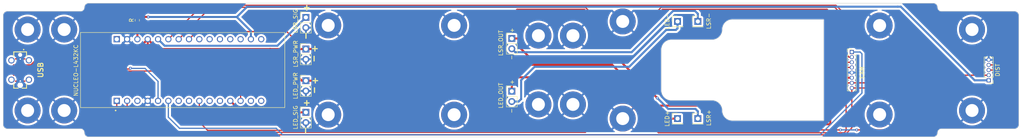
<source format=kicad_pcb>
(kicad_pcb (version 20221018) (generator pcbnew)
  (layers (0 "F.Cu" signal) (31 "B.Cu" power) (34 "B.Paste" user) (35 "F.Paste" user) (36 "B.SilkS" user "B.Silkscreen") (37 "F.SilkS" user "F.Silkscreen") (38 "B.Mask" user) (39 "F.Mask" user) (44 "Edge.Cuts" user))
  (net 0 "")
  (net 1 "Net-(U1B-NRST_CN4)")
  (net 2 "3V3")
  (net 3 "CS")
  (net 4 "MOSI")
  (net 5 "MISO")
  (net 6 "SCK")
  (net 7 "GND")
  (net 8 "+5V")
  (net 9 "SDA")
  (net 10 "SCL")
  (net 11 "DIST_INT")
  (net 12 "Net-(Laser+1-Pin_1)")
  (net 13 "Net-(Laser-1-Pin_1)")
  (net 14 "VSET_LASER")
  (net 15 "Net-(LED+1-Pin_1)")
  (net 16 "Net-(LED-1-Pin_1)")
  (net 17 "VSET_LED")
  (net 20 "D-")
  (net 25 "D+")
  (footprint "Connector_PinHeader_2.54mm:PinHeader_1x02_P2.54mm_Vertical" (layer "F.Cu") (at 96.5 89.315)
    (fp_text reference "LSR_PWR" (at -2.5 1.2 90) (layer "F.SilkS"))
    (fp_text value "Conn_01x02" hide)
    (fp_line (start -1.33 -1.33) (end 0 -1.33) (stroke (width 0.12)) (layer "F.SilkS"))
    (fp_line (start -1.33 0) (end -1.33 -1.33) (stroke (width 0.12)) (layer "F.SilkS"))
    (fp_line (start -1.33 1.27) (end -1.33 3.87) (stroke (width 0.12)) (layer "F.SilkS"))
    (fp_line (start -1.33 1.27) (end 1.33 1.27) (stroke (width 0.12)) (layer "F.SilkS"))
    (fp_line (start -1.33 3.87) (end 1.33 3.87) (stroke (width 0.12)) (layer "F.SilkS"))
    (fp_line (start 1.33 1.27) (end 1.33 3.87) (stroke (width 0.12)) (layer "F.SilkS"))
    (pad "1" thru_hole rect (at 0 0) (size 1.7 1.7) (drill 1) (layers "*.Cu" "*.Mask") (net 8 "+5V"))
    (pad "2" thru_hole oval (at 0 2.54) (size 1.7 1.7) (drill 1) (layers "*.Cu" "*.Mask") (net 7 "GND"))
  )
  (footprint "Connector_PinHeader_2.54mm:PinHeader_1x02_P2.54mm_Vertical" (layer "F.Cu") (at 96.5 97.135)
    (fp_text reference "LED_PWR" (at -2.54 1.27 90) (layer "F.SilkS"))
    (fp_text value "Conn_01x02" hide)
    (fp_line (start -1.33 -1.33) (end 0 -1.33) (stroke (width 0.12)) (layer "F.SilkS"))
    (fp_line (start -1.33 0) (end -1.33 -1.33) (stroke (width 0.12)) (layer "F.SilkS"))
    (fp_line (start -1.33 1.27) (end -1.33 3.87) (stroke (width 0.12)) (layer "F.SilkS"))
    (fp_line (start -1.33 1.27) (end 1.33 1.27) (stroke (width 0.12)) (layer "F.SilkS"))
    (fp_line (start -1.33 3.87) (end 1.33 3.87) (stroke (width 0.12)) (layer "F.SilkS"))
    (fp_line (start 1.33 1.27) (end 1.33 3.87) (stroke (width 0.12)) (layer "F.SilkS"))
    (pad "1" thru_hole rect (at 0 0) (size 1.7 1.7) (drill 1) (layers "*.Cu" "*.Mask") (net 8 "+5V"))
    (pad "2" thru_hole oval (at 0 2.54) (size 1.7 1.7) (drill 1) (layers "*.Cu" "*.Mask") (net 7 "GND"))
  )
  (footprint "MountingHole:MountingHole_3.2mm_M3_Pad" (layer "F.Cu") (at 237.75 83.5)
    (fp_text reference "H19" hide)
    (fp_text value "MountingHole_Pad" hide)
    (pad "1" thru_hole circle (at 0 0) (size 6.4 6.4) (drill 3.2) (layers "*.Cu" "*.Mask") (net 7 "GND"))
  )
  (footprint "MountingHole:MountingHole_3.2mm_M3_Pad" (layer "F.Cu") (at 37 84.5)
    (fp_text reference "H4" hide)
    (fp_text value "MountingHole_Pad" hide)
    (pad "1" thru_hole circle (at 0 0) (size 6.4 6.4) (drill 3.2) (layers "*.Cu" "*.Mask") (net 7 "GND"))
  )
  (footprint "Connector_PinHeader_2.54mm:PinHeader_1x02_P2.54mm_Vertical" (layer "F.Cu") (at 147.2 99.741666)
    (fp_text reference "LED_OUT" (at -2.7 1.075 90) (layer "F.SilkS"))
    (fp_text value "Conn_01x02" hide)
    (fp_line (start -1.33 -1.33) (end 0 -1.33) (stroke (width 0.12)) (layer "F.SilkS"))
    (fp_line (start -1.33 0) (end -1.33 -1.33) (stroke (width 0.12)) (layer "F.SilkS"))
    (fp_line (start -1.33 1.27) (end -1.33 3.87) (stroke (width 0.12)) (layer "F.SilkS"))
    (fp_line (start -1.33 1.27) (end 1.33 1.27) (stroke (width 0.12)) (layer "F.SilkS"))
    (fp_line (start -1.33 3.87) (end 1.33 3.87) (stroke (width 0.12)) (layer "F.SilkS"))
    (fp_line (start 1.33 1.27) (end 1.33 3.87) (stroke (width 0.12)) (layer "F.SilkS"))
    (pad "1" thru_hole rect (at 0 0) (size 1.7 1.7) (drill 1) (layers "*.Cu" "*.Mask") (net 15 "Net-(LED+1-Pin_1)"))
    (pad "2" thru_hole oval (at 0 2.54) (size 1.7 1.7) (drill 1) (layers "*.Cu" "*.Mask") (net 16 "Net-(LED-1-Pin_1)"))
  )
  (footprint "MountingHole:MountingHole_3.2mm_M3_Pad" (layer "F.Cu") (at 37 104.5)
    (fp_text reference "H3" hide)
    (fp_text value "MountingHole_Pad" hide)
    (pad "1" thru_hole circle (at 0 0) (size 6.4 6.4) (drill 3.2) (layers "*.Cu" "*.Mask") (net 7 "GND"))
  )
  (footprint "KiCad:2171820001" (layer "F.Cu") (at 26.165 94.5 -90)
    (fp_text reference "USB" (at 0 -5.035 90) (layer "F.SilkS") (effects (font (size 1.27 1.27) (thickness 0.254))))
    (fp_text value "USB_C_Receptacle_USB2.0" hide)
    (fp_line (start -5.1 -0.865) (end -5.1 -0.865) (stroke (width 0.2)) (layer "F.SilkS"))
    (fp_line (start -5.1 -0.865) (end -5.1 -0.865) (stroke (width 0.2)) (layer "F.SilkS"))
    (fp_line (start -5 -0.865) (end -5 -0.865) (stroke (width 0.2)) (layer "F.SilkS"))
    (fp_line (start -4.47 -1.58) (end -4.47 -1.58) (stroke (width 0.2)) (layer "F.SilkS"))
    (fp_line (start -4.47 -1.58) (end -4.47 -1.58) (stroke (width 0.2)) (layer "F.SilkS"))
    (fp_line (start -4.47 -1.58) (end -4.47 1.58) (stroke (width 0.2)) (layer "F.SilkS"))
    (fp_line (start -4.47 -1.58) (end -3.5 -1.58) (stroke (width 0.2)) (layer "F.SilkS"))
    (fp_line (start -4.47 1.58) (end -4.47 -1.58) (stroke (width 0.2)) (layer "F.SilkS"))
    (fp_line (start -4.47 1.58) (end -4.47 1.58) (stroke (width 0.2)) (layer "F.SilkS"))
    (fp_line (start -4.47 1.58) (end -4.47 1.58) (stroke (width 0.2)) (layer "F.SilkS"))
    (fp_line (start -4.47 1.58) (end -3.5 1.58) (stroke (width 0.2)) (layer "F.SilkS"))
    (fp_line (start -3.5 -1.58) (end -4.47 -1.58) (stroke (width 0.2)) (layer "F.SilkS"))
    (fp_line (start -3.5 -1.58) (end -3.5 -1.58) (stroke (width 0.2)) (layer "F.SilkS"))
    (fp_line (start -3.5 1.58) (end -4.47 1.58) (stroke (width 0.2)) (layer "F.SilkS"))
    (fp_line (start -3.5 1.58) (end -3.5 1.58) (stroke (width 0.2)) (layer "F.SilkS"))
    (fp_line (start 3.5 -1.58) (end 3.5 -1.58) (stroke (width 0.2)) (layer "F.SilkS"))
    (fp_line (start 3.5 -1.58) (end 4.47 -1.58) (stroke (width 0.2)) (layer "F.SilkS"))
    (fp_line (start 3.5 1.58) (end 3.5 1.58) (stroke (width 0.2)) (layer "F.SilkS"))
    (fp_line (start 3.5 1.58) (end 4.47 1.58) (stroke (width 0.2)) (layer "F.SilkS"))
    (fp_line (start 4.47 -1.58) (end 3.5 -1.58) (stroke (width 0.2)) (layer "F.SilkS"))
    (fp_line (start 4.47 -1.58) (end 4.47 -1.58) (stroke (width 0.2)) (layer "F.SilkS"))
    (fp_line (start 4.47 -1.58) (end 4.47 -1.58) (stroke (width 0.2)) (layer "F.SilkS"))
    (fp_line (start 4.47 -1.58) (end 4.47 -0.5) (stroke (width 0.2)) (layer "F.SilkS"))
    (fp_line (start 4.47 -0.5) (end 4.47 -1.58) (stroke (width 0.2)) (layer "F.SilkS"))
    (fp_line (start 4.47 -0.5) (end 4.47 -0.5) (stroke (width 0.2)) (layer "F.SilkS"))
    (fp_line (start 4.47 0.5) (end 4.47 0.5) (stroke (width 0.2)) (layer "F.SilkS"))
    (fp_line (start 4.47 0.5) (end 4.47 1.58) (stroke (width 0.2)) (layer "F.SilkS"))
    (fp_line (start 4.47 1.58) (end 3.5 1.58) (stroke (width 0.2)) (layer "F.SilkS"))
    (fp_line (start 4.47 1.58) (end 4.47 0.5) (stroke (width 0.2)) (layer "F.SilkS"))
    (fp_line (start 4.47 1.58) (end 4.47 1.58) (stroke (width 0.2)) (layer "F.SilkS"))
    (fp_line (start 4.47 1.58) (end 4.47 1.58) (stroke (width 0.2)) (layer "F.SilkS"))
    (fp_arc (start -5.1 -0.865) (mid -5.05 -0.915) (end -5 -0.865) (stroke (width 0.2)) (layer "F.SilkS"))
    (fp_arc (start -5 -0.865) (mid -5.05 -0.815) (end -5.1 -0.865) (stroke (width 0.2)) (layer "F.SilkS"))
    (fp_arc (start -5 -0.865) (mid -5.05 -0.815) (end -5.1 -0.865) (stroke (width 0.2)) (layer "F.SilkS"))
    (pad "" np_thru_hole circle (at -3.75 0 270) (size 0.52 0.52) (drill 0.52) (layers "*.Cu" "*.Mask"))
    (pad "" np_thru_hole circle (at 3.75 0 270) (size 0.89 0.89) (drill 0.89) (layers "*.Cu" "*.Mask"))
    (pad "A1" smd rect (at -2.75 -0.865 270) (size 0.3 0.87) (layers "F.Cu" "F.Paste" "F.Mask") (net 7 "GND"))
    (pad "A4" smd rect (at -1.25 -0.865 270) (size 0.3 0.87) (layers "F.Cu" "F.Paste" "F.Mask") (net 8 "+5V"))
    (pad "A5" smd rect (at -0.75 -0.865 270) (size 0.3 0.87) (layers "F.Cu" "F.Paste" "F.Mask"))
    (pad "A6" smd rect (at -0.25 -0.865 270) (size 0.3 0.87) (layers "F.Cu" "F.Paste" "F.Mask") (net 25 "D+"))
    (pad "A7" smd rect (at 0.25 -0.865 270) (size 0.3 0.87) (layers "F.Cu" "F.Paste" "F.Mask") (net 20 "D-"))
    (pad "A8" smd rect (at 0.75 -0.865 270) (size 0.3 0.87) (layers "F.Cu" "F.Paste" "F.Mask"))
    (pad "A9" smd rect (at 1.25 -0.865 270) (size 0.3 0.87) (layers "F.Cu" "F.Paste" "F.Mask") (net 8 "+5V"))
    (pad "A12" smd rect (at 2.75 -0.865 270) (size 0.3 0.87) (layers "F.Cu" "F.Paste" "F.Mask") (net 7 "GND"))
    (pad "B1" smd rect (at 2.75 0.865 270) (size 0.3 0.87) (layers "F.Cu" "F.Paste" "F.Mask") (net 7 "GND"))
    (pad "B4" smd rect (at 1.25 0.865 270) (size 0.3 0.87) (layers "F.Cu" "F.Paste" "F.Mask") (net 8 "+5V"))
    (pad "B5" smd rect (at 0.75 0.865 270) (size 0.3 0.87) (layers "F.Cu" "F.Paste" "F.Mask"))
    (pad "B6" smd rect (at 0.25 0.865 270) (size 0.3 0.87) (layers "F.Cu" "F.Paste" "F.Mask"))
    (pad "B7" smd rect (at -0.25 0.865 270) (size 0.3 0.87) (layers "F.Cu" "F.Paste" "F.Mask"))
    (pad "B8" smd rect (at -0.75 0.865 270) (size 0.3 0.87) (layers "F.Cu" "F.Paste" "F.Mask"))
    (pad "B9" smd rect (at -1.25 0.865 270) (size 0.3 0.87) (layers "F.Cu" "F.Paste" "F.Mask") (net 8 "+5V"))
    (pad "B12" smd rect (at -2.75 0.865 270) (size 0.3 0.87) (layers "F.Cu" "F.Paste" "F.Mask") (net 7 "GND"))
    (pad "MH2" thru_hole circle (at -2.4 2.15 270) (size 1.56 1.56) (drill 1.04) (layers "*.Cu" "*.Mask"))
    (pad "MH3" thru_hole circle (at 2.4 2.15 270) (size 1.56 1.56) (drill 1.04) (layers "*.Cu" "*.Mask"))
    (pad "MH5" thru_hole circle (at 2.4 -2.15 270) (size 1.56 1.56) (drill 1.04) (layers "*.Cu" "*.Mask"))
    (pad "MH6" thru_hole circle (at -2.4 -2.15 270) (size 1.56 1.56) (drill 1.04) (layers "*.Cu" "*.Mask"))
  )
  (footprint "MountingHole:MountingHole_3.2mm_M3_Pad" (layer "F.Cu") (at 153.75 86)
    (fp_text reference "H10" hide)
    (fp_text value "MountingHole_Pad" hide)
    (pad "1" thru_hole circle (at 0 0) (size 6.4 6.4) (drill 3.2) (layers "*.Cu" "*.Mask") (net 7 "GND"))
  )
  (footprint "MountingHole:MountingHole_3.2mm_M3_Pad" (layer "F.Cu") (at 260.5 84.5)
    (fp_text reference "H18" hide)
    (fp_text value "MountingHole_Pad" hide)
    (pad "1" thru_hole circle (at 0 0) (size 6.4 6.4) (drill 3.2) (layers "*.Cu" "*.Mask") (net 7 "GND"))
  )
  (footprint "Connector_PinHeader_2.54mm:PinHeader_1x01_P2.54mm_Vertical" (layer "F.Cu") (at 193 82.5)
    (fp_text reference "LSR-" (at 2.7 -0.1 90) (layer "F.SilkS"))
    (fp_text value "Conn_01x01" hide)
    (fp_line (start -1.33 -1.33) (end 0 -1.33) (stroke (width 0.12)) (layer "F.SilkS"))
    (fp_line (start -1.33 0) (end -1.33 -1.33) (stroke (width 0.12)) (layer "F.SilkS"))
    (fp_line (start -1.33 1.27) (end -1.33 1.33) (stroke (width 0.12)) (layer "F.SilkS"))
    (fp_line (start -1.33 1.27) (end 1.33 1.27) (stroke (width 0.12)) (layer "F.SilkS"))
    (fp_line (start -1.33 1.33) (end 1.33 1.33) (stroke (width 0.12)) (layer "F.SilkS"))
    (fp_line (start 1.33 1.27) (end 1.33 1.33) (stroke (width 0.12)) (layer "F.SilkS"))
    (pad "1" thru_hole rect (at 0 0) (size 1.7 1.7) (drill 1) (layers "*.Cu" "*.Mask") (net 13 "Net-(Laser-1-Pin_1)"))
  )
  (footprint "MountingHole:MountingHole_3.2mm_M3_Pad" (layer "F.Cu") (at 162.25 86)
    (fp_text reference "H11" hide)
    (fp_text value "MountingHole_Pad" hide)
    (pad "1" thru_hole circle (at 0 0) (size 6.4 6.4) (drill 3.2) (layers "*.Cu" "*.Mask") (net 7 "GND"))
  )
  (footprint "MountingHole:MountingHole_3.2mm_M3_Pad" (layer "F.Cu") (at 133 83.47)
    (fp_text reference "H8" hide)
    (fp_text value "MountingHole_Pad" hide)
    (pad "1" thru_hole circle (at 0 0) (size 6.4 6.4) (drill 3.2) (layers "*.Cu" "*.Mask") (net 7 "GND"))
  )
  (footprint "Connector_PinHeader_2.54mm:PinHeader_1x02_P2.54mm_Vertical" (layer "F.Cu") (at 147.2 86.708333)
    (fp_text reference "LSR_OUT" (at -2.7 1.125 90) (layer "F.SilkS"))
    (fp_text value "Conn_01x02" hide)
    (fp_line (start -1.33 -1.33) (end 0 -1.33) (stroke (width 0.12)) (layer "F.SilkS"))
    (fp_line (start -1.33 0) (end -1.33 -1.33) (stroke (width 0.12)) (layer "F.SilkS"))
    (fp_line (start -1.33 1.27) (end -1.33 3.87) (stroke (width 0.12)) (layer "F.SilkS"))
    (fp_line (start -1.33 1.27) (end 1.33 1.27) (stroke (width 0.12)) (layer "F.SilkS"))
    (fp_line (start -1.33 3.87) (end 1.33 3.87) (stroke (width 0.12)) (layer "F.SilkS"))
    (fp_line (start 1.33 1.27) (end 1.33 3.87) (stroke (width 0.12)) (layer "F.SilkS"))
    (pad "1" thru_hole rect (at 0 0) (size 1.7 1.7) (drill 1) (layers "*.Cu" "*.Mask") (net 12 "Net-(Laser+1-Pin_1)"))
    (pad "2" thru_hole oval (at 0 2.54) (size 1.7 1.7) (drill 1) (layers "*.Cu" "*.Mask") (net 13 "Net-(Laser-1-Pin_1)"))
  )
  (footprint "Connector_PinHeader_1.27mm:PinHeader_1x05_P1.27mm_Vertical" (layer "F.Cu") (at 264.6 97.05 180)
    (fp_text reference "DIST" (at -2.2 2.54 90) (layer "F.SilkS"))
    (fp_text value "Conn_01x05" hide)
    (fp_line (start -1.11 -0.76) (end 0 -0.76) (stroke (width 0.12)) (layer "F.SilkS"))
    (fp_line (start -1.11 0) (end -1.11 -0.76) (stroke (width 0.12)) (layer "F.SilkS"))
    (fp_line (start -1.11 0.76) (end -1.11 5.775) (stroke (width 0.12)) (layer "F.SilkS"))
    (fp_line (start -1.11 0.76) (end -0.563471 0.76) (stroke (width 0.12)) (layer "F.SilkS"))
    (fp_line (start -1.11 5.775) (end -0.30753 5.775) (stroke (width 0.12)) (layer "F.SilkS"))
    (fp_line (start 0.30753 5.775) (end 1.11 5.775) (stroke (width 0.12)) (layer "F.SilkS"))
    (fp_line (start 0.563471 0.76) (end 1.11 0.76) (stroke (width 0.12)) (layer "F.SilkS"))
    (fp_line (start 1.11 0.76) (end 1.11 5.775) (stroke (width 0.12)) (layer "F.SilkS"))
    (pad "1" thru_hole rect (at 0 0 180) (size 1 1) (drill 0.65) (layers "*.Cu" "*.Mask") (net 2 "3V3"))
    (pad "2" thru_hole oval (at 0 1.27 180) (size 1 1) (drill 0.65) (layers "*.Cu" "*.Mask") (net 9 "SDA"))
    (pad "3" thru_hole oval (at 0 2.54 180) (size 1 1) (drill 0.65) (layers "*.Cu" "*.Mask") (net 10 "SCL"))
    (pad "4" thru_hole oval (at 0 3.81 180) (size 1 1) (drill 0.65) (layers "*.Cu" "*.Mask") (net 11 "DIST_INT"))
    (pad "5" thru_hole oval (at 0 5.08 180) (size 1 1) (drill 0.65) (layers "*.Cu" "*.Mask") (net 7 "GND"))
  )
  (footprint "Downloads:MODULE_NUCLEO-L432KC" (layer "F.Cu") (at 66.165 94.5 90)
    (fp_text reference "NUCLEO-L432KC" (at -0.1 -26.265 90) (layer "F.SilkS"))
    (fp_text value "NUCLEO-L432KC")
    (fp_line (start -9.27 -25.145) (end 9.27 -25.145) (stroke (width 0.127)) (layer "F.SilkS"))
    (fp_line (start -9.27 25.145) (end -9.27 -25.145) (stroke (width 0.127)) (layer "F.SilkS"))
    (fp_line (start 9.27 -25.145) (end 9.27 25.145) (stroke (width 0.127)) (layer "F.SilkS"))
    (fp_line (start 9.27 25.145) (end -9.27 25.145) (stroke (width 0.127)) (layer "F.SilkS"))
    (fp_circle (center -10 -16.5) (end -9.9 -16.5) (stroke (width 0.2)) (fill none) (layer "F.SilkS"))
    (pad "CN3_1" thru_hole rect (at -7.62 -16.215 90) (size 1.53 1.53) (drill 1.02) (layers "*.Cu" "*.Mask") (net 10 "SCL"))
    (pad "CN3_2" thru_hole circle (at -7.62 -13.675 90) (size 1.53 1.53) (drill 1.02) (layers "*.Cu" "*.Mask") (net 9 "SDA"))
    (pad "CN3_3" thru_hole circle (at -7.62 -11.135 90) (size 1.53 1.53) (drill 1.02) (layers "*.Cu" "*.Mask"))
    (pad "CN3_4" thru_hole circle (at -7.62 -8.595 90) (size 1.53 1.53) (drill 1.02) (layers "*.Cu" "*.Mask") (net 7 "GND"))
    (pad "CN3_5" thru_hole circle (at -7.62 -6.055 90) (size 1.53 1.53) (drill 1.02) (layers "*.Cu" "*.Mask") (net 25 "D+"))
    (pad "CN3_6" thru_hole circle (at -7.62 -3.515 90) (size 1.53 1.53) (drill 1.02) (layers "*.Cu" "*.Mask") (net 3 "CS"))
    (pad "CN3_7" thru_hole circle (at -7.62 -0.975 90) (size 1.53 1.53) (drill 1.02) (layers "*.Cu" "*.Mask"))
    (pad "CN3_8" thru_hole circle (at -7.62 1.565 90) (size 1.53 1.53) (drill 1.02) (layers "*.Cu" "*.Mask"))
    (pad "CN3_9" thru_hole circle (at -7.62 4.105 90) (size 1.53 1.53) (drill 1.02) (layers "*.Cu" "*.Mask") (net 11 "DIST_INT"))
    (pad "CN3_10" thru_hole circle (at -7.62 6.645 90) (size 1.53 1.53) (drill 1.02) (layers "*.Cu" "*.Mask"))
    (pad "CN3_11" thru_hole circle (at -7.62 9.185 90) (size 1.53 1.53) (drill 1.02) (layers "*.Cu" "*.Mask"))
    (pad "CN3_12" thru_hole circle (at -7.62 11.725 90) (size 1.53 1.53) (drill 1.02) (layers "*.Cu" "*.Mask") (net 17 "VSET_LED"))
    (pad "CN3_13" thru_hole circle (at -7.62 14.265 90) (size 1.53 1.53) (drill 1.02) (layers "*.Cu" "*.Mask") (net 20 "D-"))
    (pad "CN3_14" thru_hole circle (at -7.62 16.805 90) (size 1.53 1.53) (drill 1.02) (layers "*.Cu" "*.Mask"))
    (pad "CN3_15" thru_hole circle (at -7.62 19.345 90) (size 1.53 1.53) (drill 1.02) (layers "*.Cu" "*.Mask"))
    (pad "CN4_1" thru_hole rect (at 7.62 -16.215 90) (size 1.53 1.53) (drill 1.02) (layers "*.Cu" "*.Mask"))
    (pad "CN4_2" thru_hole circle (at 7.62 -13.675 90) (size 1.53 1.53) (drill 1.02) (layers "*.Cu" "*.Mask") (net 7 "GND"))
    (pad "CN4_3" thru_hole circle (at 7.62 -11.135 90) (size 1.53 1.53) (drill 1.02) (layers "*.Cu" "*.Mask") (net 1 "Net-(U1B-NRST_CN4)"))
    (pad "CN4_4" thru_hole circle (at 7.62 -8.595 90) (size 1.53 1.53) (drill 1.02) (layers "*.Cu" "*.Mask") (net 8 "+5V"))
    (pad "CN4_5" thru_hole circle (at 7.62 -6.055 90) (size 1.53 1.53) (drill 1.02) (layers "*.Cu" "*.Mask") (net 14 "VSET_LASER"))
    (pad "CN4_6" thru_hole circle (at 7.62 -3.515 90) (size 1.53 1.53) (drill 1.02) (layers "*.Cu" "*.Mask") (net 4 "MOSI"))
    (pad "CN4_7" thru_hole circle (at 7.62 -0.975 90) (size 1.53 1.53) (drill 1.02) (layers "*.Cu" "*.Mask") (net 5 "MISO"))
    (pad "CN4_8" thru_hole circle (at 7.62 1.565 90) (size 1.53 1.53) (drill 1.02) (layers "*.Cu" "*.Mask") (net 6 "SCK"))
    (pad "CN4_9" thru_hole circle (at 7.62 4.105 90) (size 1.53 1.53) (drill 1.02) (layers "*.Cu" "*.Mask"))
    (pad "CN4_10" thru_hole circle (at 7.62 6.645 90) (size 1.53 1.53) (drill 1.02) (layers "*.Cu" "*.Mask"))
    (pad "CN4_11" thru_hole circle (at 7.62 9.185 90) (size 1.53 1.53) (drill 1.02) (layers "*.Cu" "*.Mask"))
    (pad "CN4_12" thru_hole circle (at 7.62 11.725 90) (size 1.53 1.53) (drill 1.02) (layers "*.Cu" "*.Mask"))
    (pad "CN4_13" thru_hole circle (at 7.62 14.265 90) (size 1.53 1.53) (drill 1.02) (layers "*.Cu" "*.Mask"))
    (pad "CN4_14" thru_hole circle (at 7.62 16.805 90) (size 1.53 1.53) (drill 1.02) (layers "*.Cu" "*.Mask") (net 2 "3V3"))
    (pad "CN4_15" thru_hole circle (at 7.62 19.345 90) (size 1.53 1.53) (drill 1.02) (layers "*.Cu" "*.Mask"))
  )
  (footprint "MountingHole:MountingHole_3.2mm_M3_Pad" (layer "F.Cu") (at 28 104.5)
    (fp_text reference "H1" hide)
    (fp_text value "MountingHole_Pad" hide)
    (pad "1" thru_hole circle (at 0 0) (size 6.4 6.4) (drill 3.2) (layers "*.Cu" "*.Mask") (net 7 "GND"))
  )
  (footprint "MountingHole:MountingHole_3.2mm_M3_Pad" (layer "F.Cu") (at 260.5 104.5)
    (fp_text reference "H17" hide)
    (fp_text value "MountingHole_Pad" hide)
    (pad "1" thru_hole circle (at 0 0) (size 6.4 6.4) (drill 3.2) (layers "*.Cu" "*.Mask") (net 7 "GND"))
  )
  (footprint "MountingHole:MountingHole_3.2mm_M3_Pad" (layer "F.Cu") (at 174.5 82.5)
    (fp_text reference "H14" hide)
    (fp_text value "MountingHole_Pad" hide)
    (pad "1" thru_hole circle (at 0 0) (size 6.4 6.4) (drill 3.2) (layers "*.Cu" "*.Mask") (net 7 "GND"))
  )
  (footprint "MountingHole:MountingHole_3.2mm_M3_Pad" (layer "F.Cu") (at 162.25 103)
    (fp_text reference "H12" hide)
    (fp_text value "MountingHole_Pad" hide)
    (pad "1" thru_hole circle (at 0 0) (size 6.4 6.4) (drill 3.2) (layers "*.Cu" "*.Mask") (net 7 "GND"))
  )
  (footprint "MountingHole:MountingHole_3.2mm_M3_Pad" (layer "F.Cu") (at 153.75 103)
    (fp_text reference "H9" hide)
    (fp_text value "MountingHole_Pad" hide)
    (pad "1" thru_hole circle (at 0 0) (size 6.4 6.4) (drill 3.2) (layers "*.Cu" "*.Mask") (net 7 "GND"))
  )
  (footprint "MountingHole:MountingHole_3.2mm_M3_Pad" (layer "F.Cu") (at 133 105.53)
    (fp_text reference "H7" hide)
    (fp_text value "MountingHole_Pad" hide)
    (pad "1" thru_hole circle (at 0 0) (size 6.4 6.4) (drill 3.2) (layers "*.Cu" "*.Mask") (net 7 "GND"))
  )
  (footprint "MountingHole:MountingHole_3.2mm_M3_Pad" (layer "F.Cu") (at 28 84.5)
    (fp_text reference "H2" hide)
    (fp_text value "MountingHole_Pad" hide)
    (pad "1" thru_hole circle (at 0 0) (size 6.4 6.4) (drill 3.2) (layers "*.Cu" "*.Mask") (net 7 "GND"))
  )
  (footprint "MountingHole:MountingHole_3.2mm_M3_Pad" (layer "F.Cu") (at 102 83.47)
    (fp_text reference "H6" hide)
    (fp_text value "MountingHole_Pad" hide)
    (pad "1" thru_hole circle (at 0 0) (size 6.4 6.4) (drill 3.2) (layers "*.Cu" "*.Mask") (net 7 "GND"))
  )
  (footprint "Connector_PinHeader_2.54mm:PinHeader_1x01_P2.54mm_Vertical" (layer "F.Cu") (at 188 82.5)
    (fp_text reference "LED-" (at -2.54 0 90) (layer "F.SilkS"))
    (fp_text value "Conn_01x01" hide)
    (fp_line (start -1.33 -1.33) (end 0 -1.33) (stroke (width 0.12)) (layer "F.SilkS"))
    (fp_line (start -1.33 0) (end -1.33 -1.33) (stroke (width 0.12)) (layer "F.SilkS"))
    (fp_line (start -1.33 1.27) (end -1.33 1.33) (stroke (width 0.12)) (layer "F.SilkS"))
    (fp_line (start -1.33 1.27) (end 1.33 1.27) (stroke (width 0.12)) (layer "F.SilkS"))
    (fp_line (start -1.33 1.33) (end 1.33 1.33) (stroke (width 0.12)) (layer "F.SilkS"))
    (fp_line (start 1.33 1.27) (end 1.33 1.33) (stroke (width 0.12)) (layer "F.SilkS"))
    (pad "1" thru_hole rect (at 0 0) (size 1.7 1.7) (drill 1) (layers "*.Cu" "*.Mask") (net 16 "Net-(LED-1-Pin_1)"))
  )
  (footprint "MountingHole:MountingHole_3.2mm_M3_Pad" (layer "F.Cu") (at 102 105.53)
    (fp_text reference "H5" hide)
    (fp_text value "MountingHole_Pad" hide)
    (pad "1" thru_hole circle (at 0 0) (size 6.4 6.4) (drill 3.2) (layers "*.Cu" "*.Mask") (net 7 "GND"))
  )
  (footprint "Connector_PinHeader_2.54mm:PinHeader_1x01_P2.54mm_Vertical" (layer "F.Cu") (at 193 106.5)
    (fp_text reference "LSR+" (at 2.7 -0.2 90) (layer "F.SilkS"))
    (fp_text value "Conn_01x01" hide)
    (fp_line (start -1.33 -1.33) (end 0 -1.33) (stroke (width 0.12)) (layer "F.SilkS"))
    (fp_line (start -1.33 0) (end -1.33 -1.33) (stroke (width 0.12)) (layer "F.SilkS"))
    (fp_line (start -1.33 1.27) (end -1.33 1.33) (stroke (width 0.12)) (layer "F.SilkS"))
    (fp_line (start -1.33 1.27) (end 1.33 1.27) (stroke (width 0.12)) (layer "F.SilkS"))
    (fp_line (start -1.33 1.33) (end 1.33 1.33) (stroke (width 0.12)) (layer "F.SilkS"))
    (fp_line (start 1.33 1.27) (end 1.33 1.33) (stroke (width 0.12)) (layer "F.SilkS"))
    (pad "1" thru_hole rect (at 0 0) (size 1.7 1.7) (drill 1) (layers "*.Cu" "*.Mask") (net 12 "Net-(Laser+1-Pin_1)"))
  )
  (footprint "Resistor_SMD:R_0603_1608Metric" (layer "F.Cu") (at 55 82.2 90)
    (fp_text reference "R" (at 0 -1.43 90) (layer "F.SilkS"))
    (fp_text value "R" hide)
    (fp_line (start -0.237258 -0.5225) (end 0.237258 -0.5225) (stroke (width 0.12)) (layer "F.SilkS"))
    (fp_line (start -0.237258 0.5225) (end 0.237258 0.5225) (stroke (width 0.12)) (layer "F.SilkS"))
    (pad "1" smd roundrect (at -0.825 0 90) (size 0.8 0.95) (layers "F.Cu" "F.Paste" "F.Mask") (net 1 "Net-(U1B-NRST_CN4)"))
    (pad "2" smd roundrect (at 0.825 0 90) (size 0.8 0.95) (layers "F.Cu" "F.Paste" "F.Mask") (net 2 "3V3"))
  )
  (footprint "Connector_PinHeader_2.54mm:PinHeader_1x02_P2.54mm_Vertical" (layer "F.Cu") (at 96.5 104.955)
    (fp_text reference "LED_SIG" (at -2.54 1.27 90) (layer "F.SilkS"))
    (fp_text value "Conn_01x02" hide)
    (fp_line (start -1.33 -1.33) (end 0 -1.33) (stroke (width 0.12)) (layer "F.SilkS"))
    (fp_line (start -1.33 0) (end -1.33 -1.33) (stroke (width 0.12)) (layer "F.SilkS"))
    (fp_line (start -1.33 1.27) (end -1.33 3.87) (stroke (width 0.12)) (layer "F.SilkS"))
    (fp_line (start -1.33 1.27) (end 1.33 1.27) (stroke (width 0.12)) (layer "F.SilkS"))
    (fp_line (start -1.33 3.87) (end 1.33 3.87) (stroke (width 0.12)) (layer "F.SilkS"))
    (fp_line (start 1.33 1.27) (end 1.33 3.87) (stroke (width 0.12)) (layer "F.SilkS"))
    (pad "1" thru_hole rect (at 0 0) (size 1.7 1.7) (drill 1) (layers "*.Cu" "*.Mask") (net 17 "VSET_LED"))
    (pad "2" thru_hole oval (at 0 2.54) (size 1.7 1.7) (drill 1) (layers "*.Cu" "*.Mask") (net 7 "GND"))
  )
  (footprint "Connector_PinHeader_2.54mm:PinHeader_1x01_P2.54mm_Vertical" (layer "F.Cu") (at 188 106.5)
    (fp_text reference "LED+" (at -2.54 0 90) (layer "F.SilkS"))
    (fp_text value "Conn_01x01" hide)
    (fp_line (start -1.33 -1.33) (end 0 -1.33) (stroke (width 0.12)) (layer "F.SilkS"))
    (fp_line (start -1.33 0) (end -1.33 -1.33) (stroke (width 0.12)) (layer "F.SilkS"))
    (fp_line (start -1.33 1.27) (end -1.33 1.33) (stroke (width 0.12)) (layer "F.SilkS"))
    (fp_line (start -1.33 1.27) (end 1.33 1.27) (stroke (width 0.12)) (layer "F.SilkS"))
    (fp_line (start -1.33 1.33) (end 1.33 1.33) (stroke (width 0.12)) (layer "F.SilkS"))
    (fp_line (start 1.33 1.27) (end 1.33 1.33) (stroke (width 0.12)) (layer "F.SilkS"))
    (pad "1" thru_hole rect (at 0 0) (size 1.7 1.7) (drill 1) (layers "*.Cu" "*.Mask") (net 15 "Net-(LED+1-Pin_1)"))
  )
  (footprint "Connector_PinHeader_2.54mm:PinHeader_1x02_P2.54mm_Vertical" (layer "F.Cu") (at 96.5 81.495)
    (fp_text reference "LSR_SIG" (at -2.54 0.94 90) (layer "F.SilkS"))
    (fp_text value "Conn_01x02" hide)
    (fp_line (start -1.33 -1.33) (end 0 -1.33) (stroke (width 0.12)) (layer "F.SilkS"))
    (fp_line (start -1.33 0) (end -1.33 -1.33) (stroke (width 0.12)) (layer "F.SilkS"))
    (fp_line (start -1.33 1.27) (end -1.33 3.87) (stroke (width 0.12)) (layer "F.SilkS"))
    (fp_line (start -1.33 1.27) (end 1.33 1.27) (stroke (width 0.12)) (layer "F.SilkS"))
    (fp_line (start -1.33 3.87) (end 1.33 3.87) (stroke (width 0.12)) (layer "F.SilkS"))
    (fp_line (start 1.33 1.27) (end 1.33 3.87) (stroke (width 0.12)) (layer "F.SilkS"))
    (pad "1" thru_hole rect (at 0 0) (size 1.7 1.7) (drill 1) (layers "*.Cu" "*.Mask") (net 14 "VSET_LASER"))
    (pad "2" thru_hole oval (at 0 2.54) (size 1.7 1.7) (drill 1) (layers "*.Cu" "*.Mask") (net 7 "GND"))
  )
  (footprint "Connector_PinHeader_1.27mm:PinHeader_1x08_P1.27mm_Vertical" (layer "F.Cu") (at 230.91 90.05)
    (fp_text reference "CAM" (at 2.54 5.08 90) (layer "F.SilkS"))
    (fp_text value "Conn_01x08" hide)
    (fp_line (start -1.11 -0.76) (end 0 -0.76) (stroke (width 0.12)) (layer "F.SilkS"))
    (fp_line (start -1.11 0) (end -1.11 -0.76) (stroke (width 0.12)) (layer "F.SilkS"))
    (fp_line (start -1.11 0.76) (end -1.11 9.585) (stroke (width 0.12)) (layer "F.SilkS"))
    (fp_line (start -1.11 0.76) (end -0.563471 0.76) (stroke (width 0.12)) (layer "F.SilkS"))
    (fp_line (start -1.11 9.585) (end -0.30753 9.585) (stroke (width 0.12)) (layer "F.SilkS"))
    (fp_line (start 0.30753 9.585) (end 1.11 9.585) (stroke (width 0.12)) (layer "F.SilkS"))
    (fp_line (start 0.563471 0.76) (end 1.11 0.76) (stroke (width 0.12)) (layer "F.SilkS"))
    (fp_line (start 1.11 0.76) (end 1.11 9.585) (stroke (width 0.12)) (layer "F.SilkS"))
    (pad "1" thru_hole rect (at 0 0) (size 1 1) (drill 0.65) (layers "*.Cu" "*.Mask") (net 3 "CS"))
    (pad "2" thru_hole oval (at 0 1.27) (size 1 1) (drill 0.65) (layers "*.Cu" "*.Mask") (net 4 "MOSI"))
    (pad "3" thru_hole oval (at 0 2.54) (size 1 1) (drill 0.65) (layers "*.Cu" "*.Mask") (net 5 "MISO"))
    (pad "4" thru_hole oval (at 0 3.81) (size 1 1) (drill 0.65) (layers "*.Cu" "*.Mask") (net 6 "SCK"))
    (pad "5" thru_hole oval (at 0 5.08) (size 1 1) (drill 0.65) (layers "*.Cu" "*.Mask") (net 7 "GND"))
    (pad "6" thru_hole oval (at 0 6.35) (size 1 1) (drill 0.65) (layers "*.Cu" "*.Mask") (net 8 "+5V"))
    (pad "7" thru_hole oval (at 0 7.62) (size 1 1) (drill 0.65) (layers "*.Cu" "*.Mask") (net 9 "SDA"))
    (pad "8" thru_hole oval (at 0 8.89) (size 1 1) (drill 0.65) (layers "*.Cu" "*.Mask") (net 10 "SCL"))
  )
  (footprint "MountingHole:MountingHole_3.2mm_M3_Pad" (layer "F.Cu") (at 237.75 105.5)
    (fp_text reference "H20" hide)
    (fp_text value "MountingHole_Pad" hide)
    (pad "1" thru_hole circle (at 0 0) (size 6.4 6.4) (drill 3.2) (layers "*.Cu" "*.Mask") (net 7 "GND"))
  )
  (footprint "MountingHole:MountingHole_3.2mm_M3_Pad" (layer "F.Cu") (at 174.5 106.5)
    (fp_text reference "H13" hide)
    (fp_text value "MountingHole_Pad" hide)
    (pad "1" thru_hole circle (at 0 0) (size 6.4 6.4) (drill 3.2) (layers "*.Cu" "*.Mask") (net 7 "GND"))
  )
  (gr_line (start 196.5 102) (end 186.5 102) (stroke (width 0.1)) (layer "Edge.Cuts"))
  (gr_arc (start 186.5 102) (mid 184.732233 101.267767) (end 184 99.5) (stroke (width 0.1)) (layer "Edge.Cuts"))
  (gr_arc (start 251 78) (mid 251.707107 78.292893) (end 252 79) (stroke (width 0.1)) (layer "Edge.Cuts"))
  (gr_arc (start 252 110) (mid 252.292893 109.292893) (end 253 109) (stroke (width 0.1)) (layer "Edge.Cuts"))
  (gr_arc (start 43 111) (mid 42.292893 110.707107) (end 42 110) (stroke (width 0.1)) (layer "Edge.Cuts"))
  (gr_line (start 22 81) (end 22 108) (stroke (width 0.1)) (layer "Edge.Cuts"))
  (gr_line (start 253 109) (end 271 109) (stroke (width 0.1)) (layer "Edge.Cuts"))
  (gr_line (start 224 107) (end 224 82) (stroke (width 0.1)) (layer "Edge.Cuts"))
  (gr_arc (start 272 108) (mid 271.707107 108.707107) (end 271 109) (stroke (width 0.1)) (layer "Edge.Cuts"))
  (gr_arc (start 252 110) (mid 251.707107 110.707107) (end 251 111) (stroke (width 0.1)) (layer "Edge.Cuts"))
  (gr_arc (start 22 81) (mid 22.292893 80.292893) (end 23 80) (stroke (width 0.1)) (layer "Edge.Cuts"))
  (gr_arc (start 199 84.5) (mid 199.732233 82.732233) (end 201.5 82) (stroke (width 0.1)) (layer "Edge.Cuts"))
  (gr_arc (start 253 80) (mid 252.292893 79.707107) (end 252 79) (stroke (width 0.1)) (layer "Edge.Cuts"))
  (gr_arc (start 199 84.5) (mid 198.267767 86.267767) (end 196.5 87) (stroke (width 0.1)) (layer "Edge.Cuts"))
  (gr_line (start 272 108) (end 272 81) (stroke (width 0.1)) (layer "Edge.Cuts"))
  (gr_line (start 184 89.5) (end 184 99.5) (stroke (width 0.1)) (layer "Edge.Cuts"))
  (gr_line (start 251 78) (end 43 78) (stroke (width 0.1)) (layer "Edge.Cuts"))
  (gr_line (start 43 111) (end 251 111) (stroke (width 0.1)) (layer "Edge.Cuts"))
  (gr_arc (start 41 109) (mid 41.707107 109.292893) (end 42 110) (stroke (width 0.1)) (layer "Edge.Cuts"))
  (gr_line (start 271 80) (end 253 80) (stroke (width 0.1)) (layer "Edge.Cuts"))
  (gr_line (start 224 82) (end 201.5 82) (stroke (width 0.1)) (layer "Edge.Cuts"))
  (gr_arc (start 271 80) (mid 271.707107 80.292893) (end 272 81) (stroke (width 0.1)) (layer "Edge.Cuts"))
  (gr_arc (start 184 89.5) (mid 184.732233 87.732233) (end 186.5 87) (stroke (width 0.1)) (layer "Edge.Cuts"))
  (gr_line (start 196.5 87) (end 186.5 87) (stroke (width 0.1)) (layer "Edge.Cuts"))
  (gr_line (start 41 80) (end 23 80) (stroke (width 0.1)) (layer "Edge.Cuts"))
  (gr_arc (start 23 109) (mid 22.292893 108.707107) (end 22 108) (stroke (width 0.1)) (layer "Edge.Cuts"))
  (gr_arc (start 201.5 107) (mid 199.732233 106.267767) (end 199 104.5) (stroke (width 0.1)) (layer "Edge.Cuts"))
  (gr_line (start 23 109) (end 41 109) (stroke (width 0.1)) (layer "Edge.Cuts"))
  (gr_arc (start 42 79) (mid 41.707107 79.707107) (end 41 80) (stroke (width 0.1)) (layer "Edge.Cuts"))
  (gr_arc (start 196.5 102) (mid 198.267767 102.732233) (end 199 104.5) (stroke (width 0.1)) (layer "Edge.Cuts"))
  (gr_line (start 224 107) (end 201.5 107) (stroke (width 0.1)) (layer "Edge.Cuts"))
  (gr_arc (start 42 79) (mid 42.292893 78.292893) (end 43 78) (stroke (width 0.1)) (layer "Edge.Cuts"))
  (gr_text "-" (at 147.7 92.1 90) (layer "F.SilkS") (effects (font (size 1 1)) (justify left bottom)))
  (gr_text "+" (at 95.6 79.9) (layer "F.SilkS") (effects (font (size 1.5 1.5) (thickness 0.3) bold) (justify left bottom)))
  (gr_text "-" (at 97.2 110.6 90) (layer "F.SilkS") (effects (font (size 1.5 1.5) (thickness 0.3) bold) (justify left bottom)))
  (gr_text "+" (at 97.6 90) (layer "F.SilkS") (effects (font (size 1.5 1.5) (thickness 0.3) bold) (justify left bottom)))
  (gr_text "-" (at 99.3 92.8 90) (layer "F.SilkS") (effects (font (size 1.5 1.5) (thickness 0.3) bold) (justify left bottom)))
  (gr_text "-" (at 147.7 105.3 90) (layer "F.SilkS") (effects (font (size 1 1)) (justify left bottom)))
  (gr_text "-" (at 97.3 87.2 90) (layer "F.SilkS") (effects (font (size 1.5 1.5) (thickness 0.3) bold) (justify left bottom)))
  (gr_text "+" (at 97.7 97.9) (layer "F.SilkS") (effects (font (size 1.5 1.5) (thickness 0.3) bold) (justify left bottom)))
  (gr_text "-" (at 99.4 100.6 90) (layer "F.SilkS") (effects (font (size 1.5 1.5) (thickness 0.3) bold) (justify left bottom)))
  (gr_text "+" (at 146.6 98) (layer "F.SilkS") (effects (font (size 1 1)) (justify left bottom)))
  (gr_text "+" (at 146.6 85.2) (layer "F.SilkS") (effects (font (size 1 1)) (justify left bottom)))
  (gr_text "+" (at 95.6 103.4) (layer "F.SilkS") (effects (font (size 1.5 1.5) (thickness 0.3) bold) (justify left bottom)))
  (segment (start 55.03 86.88) (end 55.03 83.055) (width 0.5) (layer "F.Cu") (net 1))
  (segment (start 55.03 83.055) (end 55 83.025) (width 0.5) (layer "F.Cu") (net 1))
  (segment (start 82.9 86.81) (end 82.97 86.88) (width 0.5) (layer "F.Cu") (net 2))
  (segment (start 57.675 81.375) (end 57.7 81.4) (width 0.5) (layer "F.Cu") (net 2))
  (segment (start 55 81.375) (end 57.675 81.375) (width 0.5) (layer "F.Cu") (net 2))
  (via (at 57.7 81.4) (size 0.7) (drill 0.3) (layers "F.Cu" "B.Cu") (net 2))
  (segment (start 79.5 81.4) (end 82.05 78.85) (width 0.5) (layer "B.Cu") (net 2))
  (segment (start 242.95 78.85) (end 242.2 78.85) (width 0.5) (layer "B.Cu") (net 2))
  (segment (start 261.15 97.05) (end 242.95 78.85) (width 0.5) (layer "B.Cu") (net 2))
  (segment (start 82.05 78.85) (end 242.2 78.85) (width 0.5) (layer "B.Cu") (net 2))
  (segment (start 264.6 97.05) (end 261.15 97.05) (width 0.5) (layer "B.Cu") (net 2))
  (segment (start 57.7 81.4) (end 79.5 81.4) (width 0.5) (layer "B.Cu") (net 2))
  (segment (start 82.97 84.87) (end 79.5 81.4) (width 0.5) (layer "B.Cu") (net 2))
  (segment (start 82.97 86.88) (end 82.97 84.87) (width 0.5) (layer "B.Cu") (net 2))
  (segment (start 231.26 90.4) (end 230.91 90.05) (width 0.3) (layer "F.Cu") (net 3))
  (segment (start 90.8 110.5) (end 223.1 110.5) (width 0.3) (layer "B.Cu") (net 3))
  (segment (start 232.95 90.05) (end 230.91 90.05) (width 0.3) (layer "B.Cu") (net 3))
  (segment (start 223.1 110.5) (end 233.4 100.2) (width 0.3) (layer "B.Cu") (net 3))
  (segment (start 65.4 108.9) (end 89.2 108.9) (width 0.3) (layer "B.Cu") (net 3))
  (segment (start 233.4 90.5) (end 232.95 90.05) (width 0.3) (layer "B.Cu") (net 3))
  (segment (start 62.65 106.15) (end 65.4 108.9) (width 0.3) (layer "B.Cu") (net 3))
  (segment (start 233.4 100.2) (end 233.4 90.5) (width 0.3) (layer "B.Cu") (net 3))
  (segment (start 62.65 102.12) (end 62.65 106.15) (width 0.3) (layer "B.Cu") (net 3))
  (segment (start 89.2 108.9) (end 90.8 110.5) (width 0.3) (layer "B.Cu") (net 3))
  (segment (start 228.4 79.9) (end 228.4 89.517106) (width 0.3) (layer "F.Cu") (net 4))
  (segment (start 63.765 85.765) (end 63.765 85.735) (width 0.3) (layer "F.Cu") (net 4))
  (segment (start 63.765 85.735) (end 71 78.5) (width 0.3) (layer "F.Cu") (net 4))
  (segment (start 71 78.5) (end 227 78.5) (width 0.3) (layer "F.Cu") (net 4))
  (segment (start 62.65 86.88) (end 63.765 85.765) (width 0.3) (layer "F.Cu") (net 4))
  (segment (start 230.202894 91.32) (end 230.91 91.32) (width 0.3) (layer "F.Cu") (net 4))
  (segment (start 228.4 89.517106) (end 230.202894 91.32) (width 0.3) (layer "F.Cu") (net 4))
  (segment (start 227 78.5) (end 228.4 79.9) (width 0.3) (layer "F.Cu") (net 4))
  (segment (start 227.5 79.8) (end 227.5 91) (width 0.3) (layer "F.Cu") (net 5))
  (segment (start 172.8 86.5) (end 176.5 86.5) (width 0.3) (layer "F.Cu") (net 5))
  (segment (start 176.5 86.5) (end 184 79) (width 0.3) (layer "F.Cu") (net 5))
  (segment (start 65.19 86.88) (end 73.07 79) (width 0.3) (layer "F.Cu") (net 5))
  (segment (start 227.5 91) (end 229.09 92.59) (width 0.3) (layer "F.Cu") (net 5))
  (segment (start 165.3 79) (end 172.8 86.5) (width 0.3) (layer "F.Cu") (net 5))
  (segment (start 229.09 92.59) (end 230.91 92.59) (width 0.3) (layer "F.Cu") (net 5))
  (segment (start 226.7 79) (end 227.5 79.8) (width 0.3) (layer "F.Cu") (net 5))
  (segment (start 184 79) (end 226.7 79) (width 0.3) (layer "F.Cu") (net 5))
  (segment (start 73.07 79) (end 165.3 79) (width 0.3) (layer "F.Cu") (net 5))
  (segment (start 140.5 87.5) (end 148.5 79.5) (width 0.3) (layer "F.Cu") (net 6))
  (segment (start 69.61 85) (end 91.8 85) (width 0.3) (layer "F.Cu") (net 6))
  (segment (start 184.3 79.5) (end 224.8 79.5) (width 0.3) (layer "F.Cu") (net 6))
  (segment (start 229.652894 93.86) (end 230.91 93.86) (width 0.3) (layer "F.Cu") (net 6))
  (segment (start 226.4 90.607106) (end 229.652894 93.86) (width 0.3) (layer "F.Cu") (net 6))
  (segment (start 176.8 87) (end 184.3 79.5) (width 0.3) (layer "F.Cu") (net 6))
  (segment (start 165.092894 79.5) (end 172.592894 87) (width 0.3) (layer "F.Cu") (net 6))
  (segment (start 94.3 87.5) (end 140.5 87.5) (width 0.3) (layer "F.Cu") (net 6))
  (segment (start 67.73 86.88) (end 69.61 85) (width 0.3) (layer "F.Cu") (net 6))
  (segment (start 226.4 81.1) (end 226.4 90.607106) (width 0.3) (layer "F.Cu") (net 6))
  (segment (start 148.5 79.5) (end 165.092894 79.5) (width 0.3) (layer "F.Cu") (net 6))
  (segment (start 172.592894 87) (end 176.8 87) (width 0.3) (layer "F.Cu") (net 6))
  (segment (start 224.8 79.5) (end 226.4 81.1) (width 0.3) (layer "F.Cu") (net 6))
  (segment (start 91.8 85) (end 94.3 87.5) (width 0.3) (layer "F.Cu") (net 6))
  (segment (start 25.3 97.25) (end 26.15 97.25) (width 0.3) (layer "F.Cu") (net 7))
  (segment (start 26.25 97.25) (end 26.2 97.2) (width 0.3) (layer "F.Cu") (net 7))
  (segment (start 27.03 91.75) (end 26.25 91.75) (width 0.3) (layer "F.Cu") (net 7))
  (segment (start 26.15 97.25) (end 26.2 97.2) (width 0.3) (layer "F.Cu") (net 7))
  (segment (start 26.25 91.75) (end 26.2 91.8) (width 0.3) (layer "F.Cu") (net 7))
  (segment (start 25.3 91.75) (end 26.15 91.75) (width 0.3) (layer "F.Cu") (net 7))
  (segment (start 27.03 97.25) (end 26.25 97.25) (width 0.3) (layer "F.Cu") (net 7))
  (segment (start 26.15 91.75) (end 26.2 91.8) (width 0.3) (layer "F.Cu") (net 7))
  (via (at 26.2 91.8) (size 0.7) (drill 0.3) (layers "F.Cu" "B.Cu") (net 7))
  (via (at 26.2 97.2) (size 0.7) (drill 0.3) (layers "F.Cu" "B.Cu") (net 7))
  (via (at 26.2 91.8) (size 0.7) (drill 0.3) (layers "F.Cu" "B.Cu") (net 7))
  (via (at 26.2 97.2) (size 0.7) (drill 0.3) (layers "F.Cu" "B.Cu") (net 7))
  (segment (start 57.57 89.285) (end 57.57 86.88) (width 0.5) (layer "F.Cu") (net 8))
  (segment (start 225.6 99.5) (end 225.6 107.9) (width 0.5) (layer "F.Cu") (net 8))
  (segment (start 54.7 89.315) (end 55.135 89.315) (width 0.5) (layer "F.Cu") (net 8))
  (segment (start 199.3 107.9) (end 194.7 103.3) (width 0.5) (layer "F.Cu") (net 8))
  (segment (start 182 103.3) (end 171.9 93.2) (width 0.5) (layer "F.Cu") (net 8))
  (segment (start 100.865 97.135) (end 104.8 93.2) (width 0.5) (layer "F.Cu") (net 8))
  (segment (start 225.6 107.9) (end 199.3 107.9) (width 0.5) (layer "F.Cu") (net 8))
  (segment (start 25.3 95.75) (end 26.1 95.75) (width 0.3) (layer "F.Cu") (net 8))
  (segment (start 95.52 97.135) (end 87.7 89.315) (width 0.5) (layer "F.Cu") (net 8))
  (segment (start 54.7 89.315) (end 32.839483 89.315) (width 0.5) (layer "F.Cu") (net 8))
  (segment (start 26.1 95.75) (end 27.03 95.75) (width 0.3) (layer "F.Cu") (net 8))
  (segment (start 57.6 89.315) (end 54.7 89.315) (width 0.5) (layer "F.Cu") (net 8))
  (segment (start 60.4 89.315) (end 57.6 89.315) (width 0.5) (layer "F.Cu") (net 8))
  (segment (start 96.5 97.135) (end 95.52 97.135) (width 0.5) (layer "F.Cu") (net 8))
  (segment (start 96.5 97.135) (end 100.865 97.135) (width 0.5) (layer "F.Cu") (net 8))
  (segment (start 230.91 96.4) (end 228.7 96.4) (width 0.5) (layer "F.Cu") (net 8))
  (segment (start 24.565 93.25) (end 24.515 93.3) (width 0.3) (layer "F.Cu") (net 8))
  (segment (start 96.5 89.315) (end 87.7 89.315) (width 0.5) (layer "F.Cu") (net 8))
  (segment (start 87.7 89.315) (end 60.4 89.315) (width 0.5) (layer "F.Cu") (net 8))
  (segment (start 25.3 93.25) (end 26.2 93.25) (width 0.3) (layer "F.Cu") (net 8))
  (segment (start 104.8 93.2) (end 100.915 89.315) (width 0.5) (layer "F.Cu") (net 8))
  (segment (start 24.515 95.75) (end 25 95.75) (width 0.3) (layer "F.Cu") (net 8))
  (segment (start 25.3 93.25) (end 24.565 93.25) (width 0.3) (layer "F.Cu") (net 8))
  (segment (start 100.915 89.315) (end 96.5 89.315) (width 0.5) (layer "F.Cu") (net 8))
  (segment (start 28.824483 93.33) (end 28.12 93.33) (width 0.5) (layer "F.Cu") (net 8))
  (segment (start 171.9 93.2) (end 104.8 93.2) (width 0.5) (layer "F.Cu") (net 8))
  (segment (start 26.2 93.25) (end 26.2 95.65) (width 0.3) (layer "F.Cu") (net 8))
  (segment (start 60.005 89.315) (end 60.4 89.315) (width 0.5) (layer "F.Cu") (net 8))
  (segment (start 57.6 89.315) (end 57.57 89.285) (width 0.5) (layer "F.Cu") (net 8))
  (segment (start 24.515 93.3) (end 24.515 95.75) (width 0.3) (layer "F.Cu") (net 8))
  (segment (start 57.57 86.88) (end 60.005 89.315) (width 0.5) (layer "F.Cu") (net 8))
  (segment (start 32.839483 89.315) (end 28.824483 93.33) (width 0.5) (layer "F.Cu") (net 8))
  (segment (start 55.135 89.315) (end 57.57 86.88) (width 0.5) (layer "F.Cu") (net 8))
  (segment (start 228.7 96.4) (end 225.6 99.5) (width 0.5) (layer "F.Cu") (net 8))
  (segment (start 26.2 93.25) (end 27.03 93.25) (width 0.3) (layer "F.Cu") (net 8))
  (segment (start 28.12 93.25) (end 27.03 93.25) (width 0.3) (layer "F.Cu") (net 8))
  (segment (start 194.7 103.3) (end 182 103.3) (width 0.5) (layer "F.Cu") (net 8))
  (segment (start 26.2 95.65) (end 26.1 95.75) (width 0.3) (layer "F.Cu") (net 8))
  (segment (start 54.7 109.9) (end 165.3 109.9) (width 0.3) (layer "F.Cu") (net 9))
  (segment (start 264.6 95.78) (end 258.72 95.78) (width 0.3) (layer "F.Cu") (net 9))
  (segment (start 228.992894 110) (end 229.5 109.492894) (width 0.3) (layer "F.Cu") (net 9))
  (segment (start 172.5 102.7) (end 176 102.7) (width 0.3) (layer "F.Cu") (net 9))
  (segment (start 165.3 109.9) (end 172.5 102.7) (width 0.3) (layer "F.Cu") (net 9))
  (segment (start 176 102.7) (end 183.3 110) (width 0.3) (layer "F.Cu") (net 9))
  (segment (start 229.5 98.2) (end 230.03 97.67) (width 0.3) (layer "F.Cu") (net 9))
  (segment (start 258.72 95.78) (end 256.83 97.67) (width 0.3) (layer "F.Cu") (net 9))
  (segment (start 183.3 110) (end 228.992894 110) (width 0.3) (layer "F.Cu") (net 9))
  (segment (start 229.5 109.492894) (end 229.5 98.2) (width 0.3) (layer "F.Cu") (net 9))
  (segment (start 52.49 102.12) (end 52.49 107.69) (width 0.3) (layer "F.Cu") (net 9))
  (segment (start 230.91 97.67) (end 256.83 97.67) (width 0.3) (layer "F.Cu") (net 9))
  (segment (start 230.03 97.67) (end 230.91 97.67) (width 0.3) (layer "F.Cu") (net 9))
  (segment (start 52.49 107.69) (end 54.7 109.9) (width 0.3) (layer "F.Cu") (net 9))
  (segment (start 264.6 94.51) (end 266.51 94.51) (width 0.3) (layer "F.Cu") (net 10))
  (segment (start 49.95 102.12) (end 49.95 102.65) (width 0.3) (layer "F.Cu") (net 10))
  (segment (start 230.91 101.2) (end 230.91 98.94) (width 0.3) (layer "F.Cu") (net 10))
  (segment (start 49.95 102.12) (end 49.95 108.35) (width 0.3) (layer "F.Cu") (net 10))
  (segment (start 52.1 110.5) (end 58.6 110.5) (width 0.3) (layer "F.Cu") (net 10))
  (segment (start 266.26 98.94) (end 230.91 98.94) (width 0.3) (layer "F.Cu") (net 10))
  (segment (start 267.4 95.4) (end 267.4 97.8) (width 0.3) (layer "F.Cu") (net 10))
  (segment (start 267.4 97.8) (end 266.26 98.94) (width 0.3) (layer "F.Cu") (net 10))
  (segment (start 266.51 94.51) (end 267.4 95.4) (width 0.3) (layer "F.Cu") (net 10))
  (segment (start 230.91 108.79) (end 230.91 101.2) (width 0.3) (layer "F.Cu") (net 10))
  (segment (start 229.2 110.5) (end 230.91 108.79) (width 0.3) (layer "F.Cu") (net 10))
  (segment (start 57.8 110.5) (end 229.2 110.5) (width 0.3) (layer "F.Cu") (net 10))
  (segment (start 49.95 108.35) (end 52.1 110.5) (width 0.3) (layer "F.Cu") (net 10))
  (segment (start 266.7 100.1) (end 257.4 100.1) (width 0.3) (layer "F.Cu") (net 11))
  (segment (start 184.1 109.3) (end 184.1005 109.3005) (width 0.3) (layer "F.Cu") (net 11))
  (segment (start 183.307106 109.3) (end 184.1 109.3) (width 0.3) (layer "F.Cu") (net 11))
  (segment (start 264.6 93.24) (end 267.24 93.24) (width 0.3) (layer "F.Cu") (net 11))
  (segment (start 232.0995 109.3005) (end 232.1 109.3) (width 0.3) (layer "F.Cu") (net 11))
  (segment (start 165.092894 109.4) (end 172.292894 102.2) (width 0.3) (layer "F.Cu") (net 11))
  (segment (start 268.7 94.7) (end 268.7 98.1) (width 0.3) (layer "F.Cu") (net 11))
  (segment (start 184.1005 109.3005) (end 228.1 109.3005) (width 0.3) (layer "F.Cu") (net 11))
  (segment (start 176.207106 102.2) (end 183.307106 109.3) (width 0.3) (layer "F.Cu") (net 11))
  (segment (start 70.27 107.37) (end 72.3 109.4) (width 0.3) (layer "F.Cu") (net 11))
  (segment (start 248.2 109.3) (end 247.3 109.3) (width 0.3) (layer "F.Cu") (net 11))
  (segment (start 268.7 98.1) (end 266.7 100.1) (width 0.3) (layer "F.Cu") (net 11))
  (segment (start 267.24 93.24) (end 268.7 94.7) (width 0.3) (layer "F.Cu") (net 11))
  (segment (start 70.27 102.12) (end 70.27 107.37) (width 0.3) (layer "F.Cu") (net 11))
  (segment (start 72.3 109.4) (end 165.092894 109.4) (width 0.3) (layer "F.Cu") (net 11))
  (segment (start 257.4 100.1) (end 248.2 109.3) (width 0.3) (layer "F.Cu") (net 11))
  (segment (start 232.1 109.3) (end 247.3 109.3) (width 0.3) (layer "F.Cu") (net 11))
  (segment (start 172.292894 102.2) (end 176.207106 102.2) (width 0.3) (layer "F.Cu") (net 11))
  (via (at 228.1 109.3005) (size 0.7) (drill 0.3) (layers "F.Cu" "B.Cu") (net 11))
  (via (at 232.0995 109.3005) (size 0.7) (drill 0.3) (layers "F.Cu" "B.Cu") (net 11))
  (segment (start 228.1 109.3005) (end 232.0995 109.3005) (width 0.3) (layer "B.Cu") (net 11))
  (segment (start 232.0995 109.3005) (end 232.1 109.3) (width 0.3) (layer "B.Cu") (net 11))
  (segment (start 151.7 91.5) (end 173.1 91.5) (width 0.5) (layer "F.Cu") (net 12))
  (segment (start 147.2 86.708333) (end 148.908333 86.708333) (width 0.5) (layer "F.Cu") (net 12))
  (segment (start 149.3 89.1) (end 151.7 91.5) (width 0.5) (layer "F.Cu") (net 12))
  (segment (start 149.3 87.1) (end 149.3 89.1) (width 0.5) (layer "F.Cu") (net 12))
  (segment (start 148.908333 86.708333) (end 149.3 87.1) (width 0.5) (layer "F.Cu") (net 12))
  (segment (start 173.1 91.5) (end 183 101.4) (width 0.5) (layer "F.Cu") (net 12))
  (via (at 183 101.4) (size 0.7) (drill 0.3) (layers "F.Cu" "B.Cu") (net 12))
  (segment (start 193 104.7) (end 193 106.5) (width 0.5) (layer "B.Cu") (net 12))
  (segment (start 185.7 104.1) (end 192.4 104.1) (width 0.5) (layer "B.Cu") (net 12))
  (segment (start 183 101.4) (end 185.7 104.1) (width 0.5) (layer "B.Cu") (net 12))
  (segment (start 192.4 104.1) (end 193 104.7) (width 0.5) (layer "B.Cu") (net 12))
  (segment (start 186.9 79.9) (end 192.3 79.9) (width 0.5) (layer "B.Cu") (net 13))
  (segment (start 148.05 90.098333) (end 176.701667 90.098333) (width 0.5) (layer "B.Cu") (net 13))
  (segment (start 147.2 89.248333) (end 148.05 90.098333) (width 0.5) (layer "B.Cu") (net 13))
  (segment (start 176.701667 90.098333) (end 186.9 79.9) (width 0.5) (layer "B.Cu") (net 13))
  (segment (start 192.3 79.9) (end 193 80.6) (width 0.5) (layer "B.Cu") (net 13))
  (segment (start 193 80.6) (end 193 82.5) (width 0.5) (layer "B.Cu") (net 13))
  (segment (start 60.11 86.88) (end 60.11 87.21) (width 0.5) (layer "F.Cu") (net 14))
  (segment (start 62.2 88.5) (end 89.495 88.5) (width 0.5) (layer "B.Cu") (net 14))
  (segment (start 60.11 86.88) (end 61.73 88.5) (width 0.5) (layer "B.Cu") (net 14))
  (segment (start 61.73 88.5) (end 62.2 88.5) (width 0.5) (layer "B.Cu") (net 14))
  (segment (start 89.495 88.5) (end 96.5 81.495) (width 0.5) (layer "B.Cu") (net 14))
  (segment (start 148.5 96.3) (end 172 96.3) (width 0.5) (layer "F.Cu") (net 15))
  (segment (start 147.2 99.741666) (end 147.2 97.6) (width 0.5) (layer "F.Cu") (net 15))
  (segment (start 182.2 106.5) (end 188 106.5) (width 0.5) (layer "F.Cu") (net 15))
  (segment (start 172 96.3) (end 182.2 106.5) (width 0.5) (layer "F.Cu") (net 15))
  (segment (start 147.2 97.6) (end 148.5 96.3) (width 0.5) (layer "F.Cu") (net 15))
  (segment (start 188 84.2) (end 187.6 84.6) (width 0.5) (layer "B.Cu") (net 16))
  (segment (start 176.1 93.7) (end 152.8 93.7) (width 0.5) (layer "B.Cu") (net 16))
  (segment (start 149.463332 101.7) (end 149.5 101.7) (width 0.5) (layer "B.Cu") (net 16))
  (segment (start 148.881666 102.281666) (end 149.463332 101.7) (width 0.5) (layer "B.Cu") (net 16))
  (segment (start 148.881666 102.281666) (end 147.2 102.281666) (width 0.5) (layer "B.Cu") (net 16))
  (segment (start 187.6 84.6) (end 185.2 84.6) (width 0.5) (layer "B.Cu") (net 16))
  (segment (start 152.8 93.7) (end 149.5 97) (width 0.5) (layer "B.Cu") (net 16))
  (segment (start 185.2 84.6) (end 176.1 93.7) (width 0.5) (layer "B.Cu") (net 16))
  (segment (start 149.5 97) (end 149.5 101.7) (width 0.5) (layer "B.Cu") (net 16))
  (segment (start 188 82.5) (end 188 84.2) (width 0.5) (layer "B.Cu") (net 16))
  (segment (start 77.89 102.12) (end 80.725 104.955) (width 0.5) (layer "F.Cu") (net 17))
  (segment (start 80.725 104.955) (end 96.5 104.955) (width 0.5) (layer "F.Cu") (net 17))
  (segment (start 77.35 94.75) (end 80.43 97.83) (width 0.3) (layer "F.Cu") (net 20))
  (segment (start 27.03 94.75) (end 77.35 94.75) (width 0.3) (layer "F.Cu") (net 20))
  (segment (start 80.43 97.83) (end 80.43 102.12) (width 0.3) (layer "F.Cu") (net 20))
  (segment (start 53.1005 94.25) (end 53.3 94.0505) (width 0.3) (layer "F.Cu") (net 25))
  (segment (start 27.03 94.25) (end 53.1005 94.25) (width 0.3) (layer "F.Cu") (net 25))
  (via (at 53.3 94.0505) (size 0.7) (drill 0.3) (layers "F.Cu" "B.Cu") (net 25))
  (segment (start 53.3 94.0505) (end 53.3495 94.1) (width 0.3) (layer "B.Cu") (net 25))
  (segment (start 56.9 94.1) (end 60.11 97.31) (width 0.3) (layer "B.Cu") (net 25))
  (segment (start 53.3495 94.1) (end 56.9 94.1) (width 0.3) (layer "B.Cu") (net 25))
  (segment (start 60.11 97.31) (end 60.11 102.12) (width 0.3) (layer "B.Cu") (net 25))
  (zone (net 8) (net_name "+5V") (layer "F.Cu") (priority 1) (connect_pads (clearance 0.5)) (min_thickness 0.25) (fill yes (thermal_gap 0.5) (thermal_bridge_width 0.5))
    (polygon (pts (xy 57.6 86.9) (xy 54.7 89.3) (xy 60.5 89.3)))
  )
  (zone (net 8) (net_name "+5V") (layer "F.Cu") (priority 3) (connect_pads (clearance 0.5)) (min_thickness 0.25) (fill yes (thermal_gap 0.5) (thermal_bridge_width 0.5))
    (polygon (pts (xy 104.7 93.2) (xy 100.8 89.3) (xy 100.8 97.2)))
  )
  (zone (net 8) (net_name "+5V") (layer "F.Cu") (priority 2) (connect_pads (clearance 0.5)) (min_thickness 0.25) (fill yes (thermal_gap 0.5) (thermal_bridge_width 0.5))
    (polygon (pts (xy 87.9 89.3) (xy 90.5 91.9) (xy 90.5 89.3)))
  )
  (zone (net 7) (net_name "GND") (layer "B.Cu") (connect_pads (clearance 0.5)) (min_thickness 0.25) (fill yes (thermal_gap 0.5) (thermal_bridge_width 0.5))
    (polygon (pts (xy 21.2 77.6) (xy 21.4 111.1) (xy 273.3 111.8) (xy 272.5 77.2) (xy 29 77.9)))
  )
)
</source>
